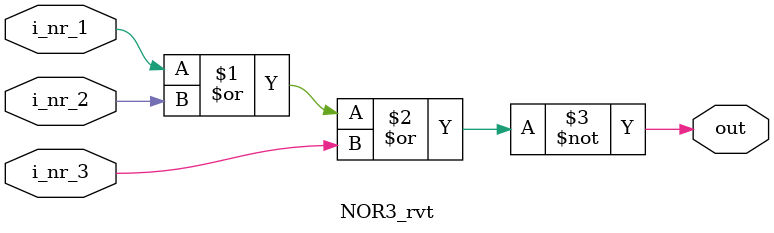
<source format=v>

`timescale 1ps / 100fs

module RO_nor4_rvt_65(
input wire i_Enable,
input wire i_Sel,
output wire o_RO_out
);

/////////////////// Define wires between nand gates ///////////////////
wire [125:0] w_nr_Conn;

assign #100 o_RO_out = ~(w_nr_Conn[125] & w_nr_Conn[125] & i_Sel & i_Enable);

NOR3_rvt U1(
.i_nr_1(o_RO_out),
.i_nr_2(o_RO_out),
.i_nr_3(o_RO_out),
.out(w_nr_Conn[0])
);

NOR3_rvt U2(
.i_nr_1(w_nr_Conn[0]),
.i_nr_2(w_nr_Conn[0]),
.i_nr_3(w_nr_Conn[0]),
.out(w_nr_Conn[1])
);

NOR3_rvt U3(
.i_nr_1(w_nr_Conn[1]),
.i_nr_2(w_nr_Conn[1]),
.i_nr_3(w_nr_Conn[1]),
.out(w_nr_Conn[2])
);

NOR3_rvt U4(
.i_nr_1(w_nr_Conn[2]),
.i_nr_2(w_nr_Conn[2]),
.i_nr_3(w_nr_Conn[2]),
.out(w_nr_Conn[3])
);

NOR3_rvt U5(
.i_nr_1(w_nr_Conn[3]),
.i_nr_2(w_nr_Conn[3]),
.i_nr_3(w_nr_Conn[3]),
.out(w_nr_Conn[4])
);

NOR3_rvt U6(
.i_nr_1(w_nr_Conn[4]),
.i_nr_2(w_nr_Conn[4]),
.i_nr_3(w_nr_Conn[4]),
.out(w_nr_Conn[5])
);

NOR3_rvt U7(
.i_nr_1(w_nr_Conn[5]),
.i_nr_2(w_nr_Conn[5]),
.i_nr_3(w_nr_Conn[5]),
.out(w_nr_Conn[6])
);

NOR3_rvt U8(
.i_nr_1(w_nr_Conn[6]),
.i_nr_2(w_nr_Conn[6]),
.i_nr_3(w_nr_Conn[6]),
.out(w_nr_Conn[7])
);

NOR3_rvt U9(
.i_nr_1(w_nr_Conn[7]),
.i_nr_2(w_nr_Conn[7]),
.i_nr_3(w_nr_Conn[7]),
.out(w_nr_Conn[8])
);

NOR3_rvt U10(
.i_nr_1(w_nr_Conn[8]),
.i_nr_2(w_nr_Conn[8]),
.i_nr_3(w_nr_Conn[8]),
.out(w_nr_Conn[9])
);

NOR3_rvt U11(
.i_nr_1(w_nr_Conn[9]),
.i_nr_2(w_nr_Conn[9]),
.i_nr_3(w_nr_Conn[9]),
.out(w_nr_Conn[10])
);

NOR3_rvt U12(
.i_nr_1(w_nr_Conn[10]),
.i_nr_2(w_nr_Conn[10]),
.i_nr_3(w_nr_Conn[10]),
.out(w_nr_Conn[11])
);

NOR3_rvt U13(
.i_nr_1(w_nr_Conn[11]),
.i_nr_2(w_nr_Conn[11]),
.i_nr_3(w_nr_Conn[11]),
.out(w_nr_Conn[12])
);

NOR3_rvt U14(
.i_nr_1(w_nr_Conn[12]),
.i_nr_2(w_nr_Conn[12]),
.i_nr_3(w_nr_Conn[12]),
.out(w_nr_Conn[13])
);

NOR3_rvt U15(
.i_nr_1(w_nr_Conn[13]),
.i_nr_2(w_nr_Conn[13]),
.i_nr_3(w_nr_Conn[13]),
.out(w_nr_Conn[14])
);

NOR3_rvt U16(
.i_nr_1(w_nr_Conn[14]),
.i_nr_2(w_nr_Conn[14]),
.i_nr_3(w_nr_Conn[14]),
.out(w_nr_Conn[15])
);

NOR3_rvt U17(
.i_nr_1(w_nr_Conn[15]),
.i_nr_2(w_nr_Conn[15]),
.i_nr_3(w_nr_Conn[15]),
.out(w_nr_Conn[16])
);

NOR3_rvt U18(
.i_nr_1(w_nr_Conn[16]),
.i_nr_2(w_nr_Conn[16]),
.i_nr_3(w_nr_Conn[16]),
.out(w_nr_Conn[17])
);

NOR3_rvt U19(
.i_nr_1(w_nr_Conn[17]),
.i_nr_2(w_nr_Conn[17]),
.i_nr_3(w_nr_Conn[17]),
.out(w_nr_Conn[18])
);

NOR3_rvt U20(
.i_nr_1(w_nr_Conn[18]),
.i_nr_2(w_nr_Conn[18]),
.i_nr_3(w_nr_Conn[18]),
.out(w_nr_Conn[19])
);

NOR3_rvt U21(
.i_nr_1(w_nr_Conn[19]),
.i_nr_2(w_nr_Conn[19]),
.i_nr_3(w_nr_Conn[19]),
.out(w_nr_Conn[20])
);

NOR3_rvt U22(
.i_nr_1(w_nr_Conn[20]),
.i_nr_2(w_nr_Conn[20]),
.i_nr_3(w_nr_Conn[20]),
.out(w_nr_Conn[21])
);

NOR3_rvt U23(
.i_nr_1(w_nr_Conn[21]),
.i_nr_2(w_nr_Conn[21]),
.i_nr_3(w_nr_Conn[21]),
.out(w_nr_Conn[22])
);

NOR3_rvt U24(
.i_nr_1(w_nr_Conn[22]),
.i_nr_2(w_nr_Conn[22]),
.i_nr_3(w_nr_Conn[22]),
.out(w_nr_Conn[23])
);

NOR3_rvt U25(
.i_nr_1(w_nr_Conn[23]),
.i_nr_2(w_nr_Conn[23]),
.i_nr_3(w_nr_Conn[23]),
.out(w_nr_Conn[24])
);

NOR3_rvt U26(
.i_nr_1(w_nr_Conn[24]),
.i_nr_2(w_nr_Conn[24]),
.i_nr_3(w_nr_Conn[24]),
.out(w_nr_Conn[25])
);

NOR3_rvt U27(
.i_nr_1(w_nr_Conn[25]),
.i_nr_2(w_nr_Conn[25]),
.i_nr_3(w_nr_Conn[25]),
.out(w_nr_Conn[26])
);

NOR3_rvt U28(
.i_nr_1(w_nr_Conn[26]),
.i_nr_2(w_nr_Conn[26]),
.i_nr_3(w_nr_Conn[26]),
.out(w_nr_Conn[27])
);

NOR3_rvt U29(
.i_nr_1(w_nr_Conn[27]),
.i_nr_2(w_nr_Conn[27]),
.i_nr_3(w_nr_Conn[27]),
.out(w_nr_Conn[28])
);

NOR3_rvt U30(
.i_nr_1(w_nr_Conn[28]),
.i_nr_2(w_nr_Conn[28]),
.i_nr_3(w_nr_Conn[28]),
.out(w_nr_Conn[29])
);

NOR3_rvt U31(
.i_nr_1(w_nr_Conn[29]),
.i_nr_2(w_nr_Conn[29]),
.i_nr_3(w_nr_Conn[29]),
.out(w_nr_Conn[30])
);

NOR3_rvt U32(
.i_nr_1(w_nr_Conn[30]),
.i_nr_2(w_nr_Conn[30]),
.i_nr_3(w_nr_Conn[30]),
.out(w_nr_Conn[31])
);

NOR3_rvt U33(
.i_nr_1(w_nr_Conn[31]),
.i_nr_2(w_nr_Conn[31]),
.i_nr_3(w_nr_Conn[31]),
.out(w_nr_Conn[32])
);

NOR3_rvt U34(
.i_nr_1(w_nr_Conn[32]),
.i_nr_2(w_nr_Conn[32]),
.i_nr_3(w_nr_Conn[32]),
.out(w_nr_Conn[33])
);

NOR3_rvt U35(
.i_nr_1(w_nr_Conn[33]),
.i_nr_2(w_nr_Conn[33]),
.i_nr_3(w_nr_Conn[33]),
.out(w_nr_Conn[34])
);

NOR3_rvt U36(
.i_nr_1(w_nr_Conn[34]),
.i_nr_2(w_nr_Conn[34]),
.i_nr_3(w_nr_Conn[34]),
.out(w_nr_Conn[35])
);

NOR3_rvt U37(
.i_nr_1(w_nr_Conn[35]),
.i_nr_2(w_nr_Conn[35]),
.i_nr_3(w_nr_Conn[35]),
.out(w_nr_Conn[36])
);

NOR3_rvt U38(
.i_nr_1(w_nr_Conn[36]),
.i_nr_2(w_nr_Conn[36]),
.i_nr_3(w_nr_Conn[36]),
.out(w_nr_Conn[37])
);

NOR3_rvt U39(
.i_nr_1(w_nr_Conn[37]),
.i_nr_2(w_nr_Conn[37]),
.i_nr_3(w_nr_Conn[37]),
.out(w_nr_Conn[38])
);

NOR3_rvt U40(
.i_nr_1(w_nr_Conn[38]),
.i_nr_2(w_nr_Conn[38]),
.i_nr_3(w_nr_Conn[38]),
.out(w_nr_Conn[39])
);

NOR3_rvt U41(
.i_nr_1(w_nr_Conn[39]),
.i_nr_2(w_nr_Conn[39]),
.i_nr_3(w_nr_Conn[39]),
.out(w_nr_Conn[40])
);

NOR3_rvt U42(
.i_nr_1(w_nr_Conn[40]),
.i_nr_2(w_nr_Conn[40]),
.i_nr_3(w_nr_Conn[40]),
.out(w_nr_Conn[41])
);

NOR3_rvt U43(
.i_nr_1(w_nr_Conn[41]),
.i_nr_2(w_nr_Conn[41]),
.i_nr_3(w_nr_Conn[41]),
.out(w_nr_Conn[42])
);

NOR3_rvt U44(
.i_nr_1(w_nr_Conn[42]),
.i_nr_2(w_nr_Conn[42]),
.i_nr_3(w_nr_Conn[42]),
.out(w_nr_Conn[43])
);

NOR3_rvt U45(
.i_nr_1(w_nr_Conn[43]),
.i_nr_2(w_nr_Conn[43]),
.i_nr_3(w_nr_Conn[43]),
.out(w_nr_Conn[44])
);

NOR3_rvt U46(
.i_nr_1(w_nr_Conn[44]),
.i_nr_2(w_nr_Conn[44]),
.i_nr_3(w_nr_Conn[44]),
.out(w_nr_Conn[45])
);

NOR3_rvt U47(
.i_nr_1(w_nr_Conn[45]),
.i_nr_2(w_nr_Conn[45]),
.i_nr_3(w_nr_Conn[45]),
.out(w_nr_Conn[46])
);

NOR3_rvt U48(
.i_nr_1(w_nr_Conn[46]),
.i_nr_2(w_nr_Conn[46]),
.i_nr_3(w_nr_Conn[46]),
.out(w_nr_Conn[47])
);

NOR3_rvt U49(
.i_nr_1(w_nr_Conn[47]),
.i_nr_2(w_nr_Conn[47]),
.i_nr_3(w_nr_Conn[47]),
.out(w_nr_Conn[48])
);

NOR3_rvt U50(
.i_nr_1(w_nr_Conn[48]),
.i_nr_2(w_nr_Conn[48]),
.i_nr_3(w_nr_Conn[48]),
.out(w_nr_Conn[49])
);

NOR3_rvt U51(
.i_nr_1(w_nr_Conn[49]),
.i_nr_2(w_nr_Conn[49]),
.i_nr_3(w_nr_Conn[49]),
.out(w_nr_Conn[50])
);

NOR3_rvt U52(
.i_nr_1(w_nr_Conn[50]),
.i_nr_2(w_nr_Conn[50]),
.i_nr_3(w_nr_Conn[50]),
.out(w_nr_Conn[51])
);

NOR3_rvt U53(
.i_nr_1(w_nr_Conn[51]),
.i_nr_2(w_nr_Conn[51]),
.i_nr_3(w_nr_Conn[51]),
.out(w_nr_Conn[52])
);

NOR3_rvt U54(
.i_nr_1(w_nr_Conn[52]),
.i_nr_2(w_nr_Conn[52]),
.i_nr_3(w_nr_Conn[52]),
.out(w_nr_Conn[53])
);

NOR3_rvt U55(
.i_nr_1(w_nr_Conn[53]),
.i_nr_2(w_nr_Conn[53]),
.i_nr_3(w_nr_Conn[53]),
.out(w_nr_Conn[54])
);

NOR3_rvt U56(
.i_nr_1(w_nr_Conn[54]),
.i_nr_2(w_nr_Conn[54]),
.i_nr_3(w_nr_Conn[54]),
.out(w_nr_Conn[55])
);

NOR3_rvt U57(
.i_nr_1(w_nr_Conn[55]),
.i_nr_2(w_nr_Conn[55]),
.i_nr_3(w_nr_Conn[55]),
.out(w_nr_Conn[56])
);

NOR3_rvt U58(
.i_nr_1(w_nr_Conn[56]),
.i_nr_2(w_nr_Conn[56]),
.i_nr_3(w_nr_Conn[56]),
.out(w_nr_Conn[57])
);

NOR3_rvt U59(
.i_nr_1(w_nr_Conn[57]),
.i_nr_2(w_nr_Conn[57]),
.i_nr_3(w_nr_Conn[57]),
.out(w_nr_Conn[58])
);

NOR3_rvt U60(
.i_nr_1(w_nr_Conn[58]),
.i_nr_2(w_nr_Conn[58]),
.i_nr_3(w_nr_Conn[58]),
.out(w_nr_Conn[59])
);

NOR3_rvt U61(
.i_nr_1(w_nr_Conn[59]),
.i_nr_2(w_nr_Conn[59]),
.i_nr_3(w_nr_Conn[59]),
.out(w_nr_Conn[60])
);

NOR3_rvt U62(
.i_nr_1(w_nr_Conn[60]),
.i_nr_2(w_nr_Conn[60]),
.i_nr_3(w_nr_Conn[60]),
.out(w_nr_Conn[61])
);

NOR3_rvt U63(
.i_nr_1(w_nr_Conn[61]),
.i_nr_2(w_nr_Conn[61]),
.i_nr_3(w_nr_Conn[61]),
.out(w_nr_Conn[62])
);

NOR3_rvt U64(
.i_nr_1(w_nr_Conn[62]),
.i_nr_2(w_nr_Conn[62]),
.i_nr_3(w_nr_Conn[62]),
.out(w_nr_Conn[63])
);

NOR3_rvt U65(
.i_nr_1(w_nr_Conn[63]),
.i_nr_2(w_nr_Conn[63]),
.i_nr_3(w_nr_Conn[63]),
.out(w_nr_Conn[64])
);

NOR3_rvt U66(
.i_nr_1(w_nr_Conn[64]),
.i_nr_2(w_nr_Conn[64]),
.i_nr_3(w_nr_Conn[64]),
.out(w_nr_Conn[65])
);

NOR3_rvt U67(
.i_nr_1(w_nr_Conn[65]),
.i_nr_2(w_nr_Conn[65]),
.i_nr_3(w_nr_Conn[65]),
.out(w_nr_Conn[66])
);

NOR3_rvt U68(
.i_nr_1(w_nr_Conn[66]),
.i_nr_2(w_nr_Conn[66]),
.i_nr_3(w_nr_Conn[66]),
.out(w_nr_Conn[67])
);

NOR3_rvt U69(
.i_nr_1(w_nr_Conn[67]),
.i_nr_2(w_nr_Conn[67]),
.i_nr_3(w_nr_Conn[67]),
.out(w_nr_Conn[68])
);

NOR3_rvt U70(
.i_nr_1(w_nr_Conn[68]),
.i_nr_2(w_nr_Conn[68]),
.i_nr_3(w_nr_Conn[68]),
.out(w_nr_Conn[69])
);

NOR3_rvt U71(
.i_nr_1(w_nr_Conn[69]),
.i_nr_2(w_nr_Conn[69]),
.i_nr_3(w_nr_Conn[69]),
.out(w_nr_Conn[70])
);

NOR3_rvt U72(
.i_nr_1(w_nr_Conn[70]),
.i_nr_2(w_nr_Conn[70]),
.i_nr_3(w_nr_Conn[70]),
.out(w_nr_Conn[71])
);

NOR3_rvt U73(
.i_nr_1(w_nr_Conn[71]),
.i_nr_2(w_nr_Conn[71]),
.i_nr_3(w_nr_Conn[71]),
.out(w_nr_Conn[72])
);

NOR3_rvt U74(
.i_nr_1(w_nr_Conn[72]),
.i_nr_2(w_nr_Conn[72]),
.i_nr_3(w_nr_Conn[72]),
.out(w_nr_Conn[73])
);

NOR3_rvt U75(
.i_nr_1(w_nr_Conn[73]),
.i_nr_2(w_nr_Conn[73]),
.i_nr_3(w_nr_Conn[73]),
.out(w_nr_Conn[74])
);

NOR3_rvt U76(
.i_nr_1(w_nr_Conn[74]),
.i_nr_2(w_nr_Conn[74]),
.i_nr_3(w_nr_Conn[74]),
.out(w_nr_Conn[75])
);

NOR3_rvt U77(
.i_nr_1(w_nr_Conn[75]),
.i_nr_2(w_nr_Conn[75]),
.i_nr_3(w_nr_Conn[75]),
.out(w_nr_Conn[76])
);

NOR3_rvt U78(
.i_nr_1(w_nr_Conn[76]),
.i_nr_2(w_nr_Conn[76]),
.i_nr_3(w_nr_Conn[76]),
.out(w_nr_Conn[77])
);

NOR3_rvt U79(
.i_nr_1(w_nr_Conn[77]),
.i_nr_2(w_nr_Conn[77]),
.i_nr_3(w_nr_Conn[77]),
.out(w_nr_Conn[78])
);

NOR3_rvt U80(
.i_nr_1(w_nr_Conn[78]),
.i_nr_2(w_nr_Conn[78]),
.i_nr_3(w_nr_Conn[78]),
.out(w_nr_Conn[79])
);

NOR3_rvt U81(
.i_nr_1(w_nr_Conn[79]),
.i_nr_2(w_nr_Conn[79]),
.i_nr_3(w_nr_Conn[79]),
.out(w_nr_Conn[80])
);

NOR3_rvt U82(
.i_nr_1(w_nr_Conn[80]),
.i_nr_2(w_nr_Conn[80]),
.i_nr_3(w_nr_Conn[80]),
.out(w_nr_Conn[81])
);

NOR3_rvt U83(
.i_nr_1(w_nr_Conn[81]),
.i_nr_2(w_nr_Conn[81]),
.i_nr_3(w_nr_Conn[81]),
.out(w_nr_Conn[82])
);

NOR3_rvt U84(
.i_nr_1(w_nr_Conn[82]),
.i_nr_2(w_nr_Conn[82]),
.i_nr_3(w_nr_Conn[82]),
.out(w_nr_Conn[83])
);

NOR3_rvt U85(
.i_nr_1(w_nr_Conn[83]),
.i_nr_2(w_nr_Conn[83]),
.i_nr_3(w_nr_Conn[83]),
.out(w_nr_Conn[84])
);

NOR3_rvt U86(
.i_nr_1(w_nr_Conn[84]),
.i_nr_2(w_nr_Conn[84]),
.i_nr_3(w_nr_Conn[84]),
.out(w_nr_Conn[85])
);

NOR3_rvt U87(
.i_nr_1(w_nr_Conn[85]),
.i_nr_2(w_nr_Conn[85]),
.i_nr_3(w_nr_Conn[85]),
.out(w_nr_Conn[86])
);

NOR3_rvt U88(
.i_nr_1(w_nr_Conn[86]),
.i_nr_2(w_nr_Conn[86]),
.i_nr_3(w_nr_Conn[86]),
.out(w_nr_Conn[87])
);

NOR3_rvt U89(
.i_nr_1(w_nr_Conn[87]),
.i_nr_2(w_nr_Conn[87]),
.i_nr_3(w_nr_Conn[87]),
.out(w_nr_Conn[88])
);

NOR3_rvt U90(
.i_nr_1(w_nr_Conn[88]),
.i_nr_2(w_nr_Conn[88]),
.i_nr_3(w_nr_Conn[88]),
.out(w_nr_Conn[89])
);

NOR3_rvt U91(
.i_nr_1(w_nr_Conn[89]),
.i_nr_2(w_nr_Conn[89]),
.i_nr_3(w_nr_Conn[89]),
.out(w_nr_Conn[90])
);

NOR3_rvt U92(
.i_nr_1(w_nr_Conn[90]),
.i_nr_2(w_nr_Conn[90]),
.i_nr_3(w_nr_Conn[90]),
.out(w_nr_Conn[91])
);

NOR3_rvt U93(
.i_nr_1(w_nr_Conn[91]),
.i_nr_2(w_nr_Conn[91]),
.i_nr_3(w_nr_Conn[91]),
.out(w_nr_Conn[92])
);

NOR3_rvt U94(
.i_nr_1(w_nr_Conn[92]),
.i_nr_2(w_nr_Conn[92]),
.i_nr_3(w_nr_Conn[92]),
.out(w_nr_Conn[93])
);

NOR3_rvt U95(
.i_nr_1(w_nr_Conn[93]),
.i_nr_2(w_nr_Conn[93]),
.i_nr_3(w_nr_Conn[93]),
.out(w_nr_Conn[94])
);

NOR3_rvt U96(
.i_nr_1(w_nr_Conn[94]),
.i_nr_2(w_nr_Conn[94]),
.i_nr_3(w_nr_Conn[94]),
.out(w_nr_Conn[95])
);

NOR3_rvt U97(
.i_nr_1(w_nr_Conn[95]),
.i_nr_2(w_nr_Conn[95]),
.i_nr_3(w_nr_Conn[95]),
.out(w_nr_Conn[96])
);

NOR3_rvt U98(
.i_nr_1(w_nr_Conn[96]),
.i_nr_2(w_nr_Conn[96]),
.i_nr_3(w_nr_Conn[96]),
.out(w_nr_Conn[97])
);

NOR3_rvt U99(
.i_nr_1(w_nr_Conn[97]),
.i_nr_2(w_nr_Conn[97]),
.i_nr_3(w_nr_Conn[97]),
.out(w_nr_Conn[98])
);

NOR3_rvt U100(
.i_nr_1(w_nr_Conn[98]),
.i_nr_2(w_nr_Conn[98]),
.i_nr_3(w_nr_Conn[98]),
.out(w_nr_Conn[99])
);

NOR3_rvt U101(
.i_nr_1(w_nr_Conn[99]),
.i_nr_2(w_nr_Conn[99]),
.i_nr_3(w_nr_Conn[99]),
.out(w_nr_Conn[100])
);

NOR3_rvt U102(
.i_nr_1(w_nr_Conn[100]),
.i_nr_2(w_nr_Conn[100]),
.i_nr_3(w_nr_Conn[100]),
.out(w_nr_Conn[101])
);

NOR3_rvt U103(
.i_nr_1(w_nr_Conn[101]),
.i_nr_2(w_nr_Conn[101]),
.i_nr_3(w_nr_Conn[101]),
.out(w_nr_Conn[102])
);

NOR3_rvt U104(
.i_nr_1(w_nr_Conn[102]),
.i_nr_2(w_nr_Conn[102]),
.i_nr_3(w_nr_Conn[102]),
.out(w_nr_Conn[103])
);

NOR3_rvt U105(
.i_nr_1(w_nr_Conn[103]),
.i_nr_2(w_nr_Conn[103]),
.i_nr_3(w_nr_Conn[103]),
.out(w_nr_Conn[104])
);

NOR3_rvt U106(
.i_nr_1(w_nr_Conn[104]),
.i_nr_2(w_nr_Conn[104]),
.i_nr_3(w_nr_Conn[104]),
.out(w_nr_Conn[105])
);

NOR3_rvt U107(
.i_nr_1(w_nr_Conn[105]),
.i_nr_2(w_nr_Conn[105]),
.i_nr_3(w_nr_Conn[105]),
.out(w_nr_Conn[106])
);

NOR3_rvt U108(
.i_nr_1(w_nr_Conn[106]),
.i_nr_2(w_nr_Conn[106]),
.i_nr_3(w_nr_Conn[106]),
.out(w_nr_Conn[107])
);

NOR3_rvt U109(
.i_nr_1(w_nr_Conn[107]),
.i_nr_2(w_nr_Conn[107]),
.i_nr_3(w_nr_Conn[107]),
.out(w_nr_Conn[108])
);

NOR3_rvt U110(
.i_nr_1(w_nr_Conn[108]),
.i_nr_2(w_nr_Conn[108]),
.i_nr_3(w_nr_Conn[108]),
.out(w_nr_Conn[109])
);

NOR3_rvt U111(
.i_nr_1(w_nr_Conn[109]),
.i_nr_2(w_nr_Conn[109]),
.i_nr_3(w_nr_Conn[109]),
.out(w_nr_Conn[110])
);

NOR3_rvt U112(
.i_nr_1(w_nr_Conn[110]),
.i_nr_2(w_nr_Conn[110]),
.i_nr_3(w_nr_Conn[110]),
.out(w_nr_Conn[111])
);

NOR3_rvt U113(
.i_nr_1(w_nr_Conn[111]),
.i_nr_2(w_nr_Conn[111]),
.i_nr_3(w_nr_Conn[111]),
.out(w_nr_Conn[112])
);

NOR3_rvt U114(
.i_nr_1(w_nr_Conn[112]),
.i_nr_2(w_nr_Conn[112]),
.i_nr_3(w_nr_Conn[112]),
.out(w_nr_Conn[113])
);

NOR3_rvt U115(
.i_nr_1(w_nr_Conn[113]),
.i_nr_2(w_nr_Conn[113]),
.i_nr_3(w_nr_Conn[113]),
.out(w_nr_Conn[114])
);

NOR3_rvt U116(
.i_nr_1(w_nr_Conn[114]),
.i_nr_2(w_nr_Conn[114]),
.i_nr_3(w_nr_Conn[114]),
.out(w_nr_Conn[115])
);

NOR3_rvt U117(
.i_nr_1(w_nr_Conn[115]),
.i_nr_2(w_nr_Conn[115]),
.i_nr_3(w_nr_Conn[115]),
.out(w_nr_Conn[116])
);

NOR3_rvt U118(
.i_nr_1(w_nr_Conn[116]),
.i_nr_2(w_nr_Conn[116]),
.i_nr_3(w_nr_Conn[116]),
.out(w_nr_Conn[117])
);

NOR3_rvt U119(
.i_nr_1(w_nr_Conn[117]),
.i_nr_2(w_nr_Conn[117]),
.i_nr_3(w_nr_Conn[117]),
.out(w_nr_Conn[118])
);

NOR3_rvt U120(
.i_nr_1(w_nr_Conn[118]),
.i_nr_2(w_nr_Conn[118]),
.i_nr_3(w_nr_Conn[118]),
.out(w_nr_Conn[119])
);

NOR3_rvt U121(
.i_nr_1(w_nr_Conn[119]),
.i_nr_2(w_nr_Conn[119]),
.i_nr_3(w_nr_Conn[119]),
.out(w_nr_Conn[120])
);

NOR3_rvt U122(
.i_nr_1(w_nr_Conn[120]),
.i_nr_2(w_nr_Conn[120]),
.i_nr_3(w_nr_Conn[120]),
.out(w_nr_Conn[121])
);

NOR3_rvt U123(
.i_nr_1(w_nr_Conn[121]),
.i_nr_2(w_nr_Conn[121]),
.i_nr_3(w_nr_Conn[121]),
.out(w_nr_Conn[122])
);

NOR3_rvt U124(
.i_nr_1(w_nr_Conn[122]),
.i_nr_2(w_nr_Conn[122]),
.i_nr_3(w_nr_Conn[122]),
.out(w_nr_Conn[123])
);

NOR3_rvt U125(
.i_nr_1(w_nr_Conn[123]),
.i_nr_2(w_nr_Conn[123]),
.i_nr_3(w_nr_Conn[123]),
.out(w_nr_Conn[124])
);

NOR3_rvt U126(
.i_nr_1(w_nr_Conn[124]),
.i_nr_2(w_nr_Conn[124]),
.i_nr_3(w_nr_Conn[124]),
.out(w_nr_Conn[125])
);

endmodule

module NOR3_rvt(
input wire i_nr_1,
input wire i_nr_2,
input wire i_nr_3,
output wire out);

assign #100 out = ~(i_nr_1 | i_nr_2 | i_nr_3);

endmodule 


</source>
